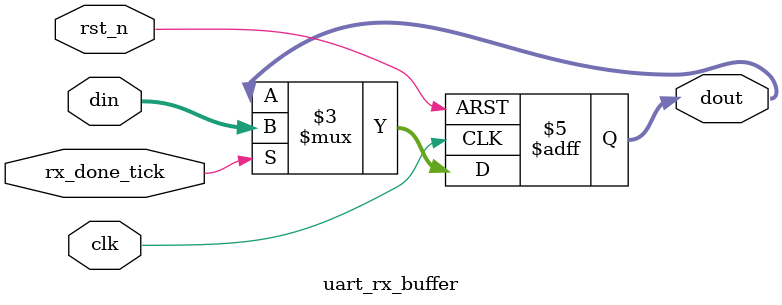
<source format=sv>
module uart_rx_buffer #(
    parameter DBIT = 8
)(
    input logic clk,
    input logic rst_n,
    input logic rx_done_tick,
    input logic [(DBIT-1):0] din,
    output logic[(DBIT-1):0] dout
);


always_ff @(posedge clk, negedge rst_n) begin
    if (!rst_n) begin
        dout <= 1'b0;
    end else if (rx_done_tick) begin
        dout <= din;
    end
end


endmodule

</source>
